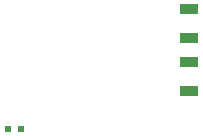
<source format=gbp>
G04 #@! TF.GenerationSoftware,KiCad,Pcbnew,(5.0.1)-4*
G04 #@! TF.CreationDate,2019-04-02T18:22:59+02:00*
G04 #@! TF.ProjectId,nk-u2f,6E6B2D7532662E6B696361645F706362,R8*
G04 #@! TF.SameCoordinates,PX6e8e008PY57c9250*
G04 #@! TF.FileFunction,Paste,Bot*
G04 #@! TF.FilePolarity,Positive*
%FSLAX46Y46*%
G04 Gerber Fmt 4.6, Leading zero omitted, Abs format (unit mm)*
G04 Created by KiCad (PCBNEW (5.0.1)-4) date 02.04.2019 18:22:59*
%MOMM*%
%LPD*%
G01*
G04 APERTURE LIST*
%ADD10R,1.599184X0.959104*%
%ADD11R,0.480000X0.560000*%
G04 APERTURE END LIST*
D10*
G04 #@! TO.C,J1*
X15674020Y-3462370D03*
X15674020Y-10462610D03*
X15674020Y-5946490D03*
X15674020Y-7963250D03*
G04 #@! TD*
D11*
G04 #@! TO.C,D1*
X1441600Y-13690300D03*
X341600Y-13690300D03*
G04 #@! TD*
M02*

</source>
